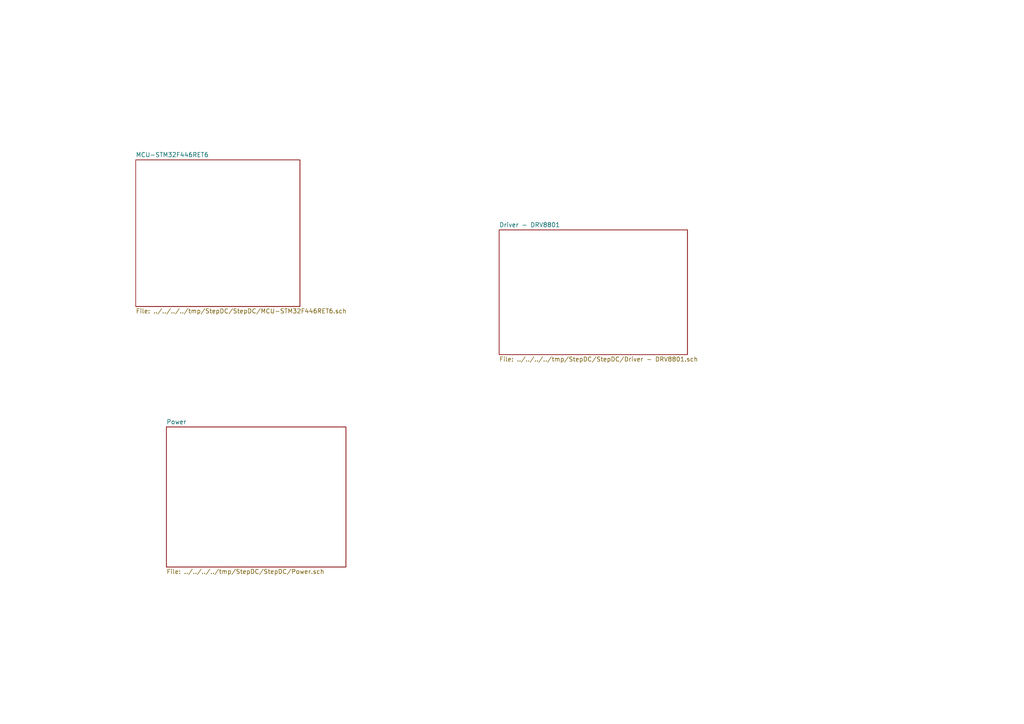
<source format=kicad_sch>
(kicad_sch (version 20230121) (generator eeschema)
  (paper "A4")
  (lib_symbols)
  (sheet (at 39.37 46.355) (size 47.625 42.545)
    (property "Sheetname" "MCU-STM32F446RET6" (at 39.37 45.6434 0) (effects (justify left bottom)))
    (property "Sheetfile" "../../../../tmp/StepDC/StepDC/MCU-STM32F446RET6.sch" (at 39.37 89.4846 0) (effects (justify left top)))
  )
  (sheet (at 144.78 66.675) (size 54.61 36.195)
    (property "Sheetname" "Driver - DRV8801" (at 144.78 65.9634 0) (effects (justify left bottom)))
    (property "Sheetfile" "../../../../tmp/StepDC/StepDC/Driver - DRV8801.sch" (at 144.78 103.4546 0) (effects (justify left top)))
  )
  (sheet (at 48.26 123.825) (size 52.07 40.64)
    (property "Sheetname" "Power" (at 48.26 123.1134 0) (effects (justify left bottom)))
    (property "Sheetfile" "../../../../tmp/StepDC/StepDC/Power.sch" (at 48.26 165.0496 0) (effects (justify left top)))
  )
)
</source>
